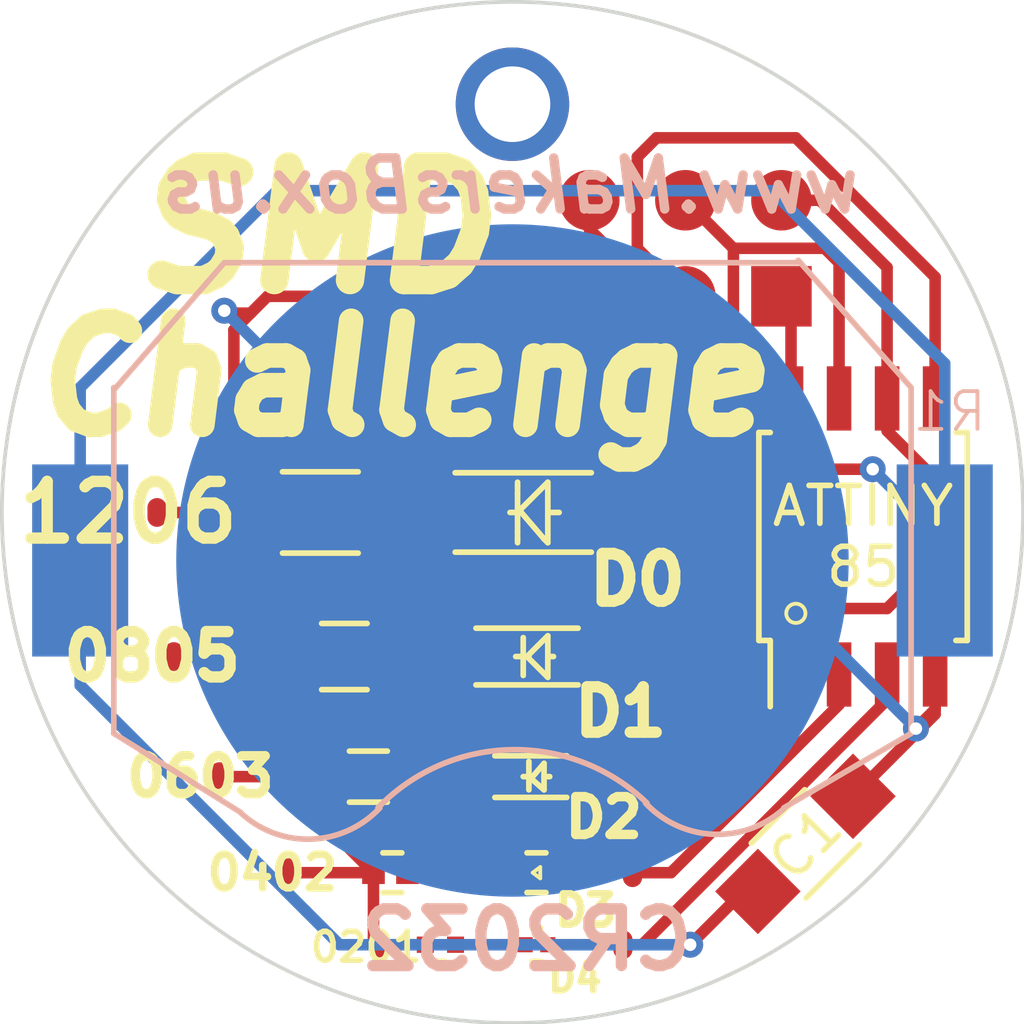
<source format=kicad_pcb>
(kicad_pcb (version 4) (host pcbnew 4.0.4-stable)

  (general
    (links 36)
    (no_connects 0)
    (area 194.094714 78.524714 221.195286 105.625286)
    (thickness 1.6)
    (drawings 18)
    (tracks 117)
    (zones 0)
    (modules 25)
    (nets 14)
  )

  (page USLetter)
  (layers
    (0 F.Cu signal)
    (31 B.Cu signal hide)
    (34 B.Paste user)
    (35 F.Paste user)
    (36 B.SilkS user hide)
    (37 F.SilkS user hide)
    (38 B.Mask user)
    (39 F.Mask user)
    (40 Dwgs.User user hide)
    (44 Edge.Cuts user)
  )

  (setup
    (last_trace_width 0.3048)
    (user_trace_width 0.254)
    (user_trace_width 0.3048)
    (user_trace_width 0.4064)
    (user_trace_width 0.6096)
    (user_trace_width 2.032)
    (trace_clearance 0.1524)
    (zone_clearance 0.508)
    (zone_45_only no)
    (trace_min 0.1524)
    (segment_width 0.254)
    (edge_width 0.1)
    (via_size 0.6858)
    (via_drill 0.3302)
    (via_min_size 0.6858)
    (via_min_drill 0.3302)
    (user_via 1 0.5)
    (uvia_size 0.762)
    (uvia_drill 0.508)
    (uvias_allowed no)
    (uvia_min_size 0.508)
    (uvia_min_drill 0.127)
    (pcb_text_width 0.3)
    (pcb_text_size 1.5 1.5)
    (mod_edge_width 0.15)
    (mod_text_size 1 1)
    (mod_text_width 0.15)
    (pad_size 3 3)
    (pad_drill 2)
    (pad_to_mask_clearance 0)
    (aux_axis_origin 0 0)
    (grid_origin 210.82 95.25)
    (visible_elements 7FFEFFFF)
    (pcbplotparams
      (layerselection 0x010f0_80000000)
      (usegerberextensions true)
      (excludeedgelayer true)
      (linewidth 0.100000)
      (plotframeref false)
      (viasonmask false)
      (mode 1)
      (useauxorigin false)
      (hpglpennumber 1)
      (hpglpenspeed 20)
      (hpglpendiameter 15)
      (hpglpenoverlay 2)
      (psnegative false)
      (psa4output false)
      (plotreference true)
      (plotvalue true)
      (plotinvisibletext false)
      (padsonsilk false)
      (subtractmaskfromsilk false)
      (outputformat 1)
      (mirror false)
      (drillshape 0)
      (scaleselection 1)
      (outputdirectory gerbers/))
  )

  (net 0 "")
  (net 1 GND)
  (net 2 +BATT)
  (net 3 "Net-(CON1-Pad1)")
  (net 4 "Net-(CON1-Pad3)")
  (net 5 "Net-(CON1-Pad4)")
  (net 6 "Net-(CON1-Pad5)")
  (net 7 "Net-(D1-Pad1)")
  (net 8 "Net-(D2-Pad1)")
  (net 9 "Net-(D3-Pad1)")
  (net 10 "Net-(D0-Pad1)")
  (net 11 "Net-(D3-Pad2)")
  (net 12 "Net-(D4-Pad2)")
  (net 13 "Net-(D4-Pad1)")

  (net_class Default "This is the default net class."
    (clearance 0.1524)
    (trace_width 0.1524)
    (via_dia 0.6858)
    (via_drill 0.3302)
    (uvia_dia 0.762)
    (uvia_drill 0.508)
    (add_net +BATT)
    (add_net GND)
    (add_net "Net-(CON1-Pad1)")
    (add_net "Net-(CON1-Pad3)")
    (add_net "Net-(CON1-Pad4)")
    (add_net "Net-(CON1-Pad5)")
    (add_net "Net-(D0-Pad1)")
    (add_net "Net-(D1-Pad1)")
    (add_net "Net-(D2-Pad1)")
    (add_net "Net-(D3-Pad1)")
    (add_net "Net-(D3-Pad2)")
    (add_net "Net-(D4-Pad1)")
    (add_net "Net-(D4-Pad2)")
  )

  (module LED_0201 (layer F.Cu) (tedit 5A4BE065) (tstamp 5A2CB0D7)
    (at 208.28 103.505)
    (descr "Resistor SMD 0201, reflow soldering, Vishay (see crcw0201e3.pdf)")
    (tags "resistor 0201")
    (path /58DDCAFF)
    (attr smd)
    (fp_text reference D4 (at 1.016 0.889) (layer F.SilkS)
      (effects (font (size 0.7 0.7) (thickness 0.175)))
    )
    (fp_text value LED (at 0 1.7) (layer F.Fab)
      (effects (font (size 1 1) (thickness 0.15)))
    )
    (fp_line (start -0.325 0.175) (end -0.325 -0.175) (layer F.CrtYd) (width 0.05))
    (fp_line (start -0.325 0.175) (end 0.325 0.175) (layer F.CrtYd) (width 0.05))
    (fp_line (start 0.325 0.175) (end 0.325 -0.175) (layer F.CrtYd) (width 0.05))
    (fp_line (start -0.325 -0.175) (end 0.325 -0.175) (layer F.CrtYd) (width 0.05))
    (fp_line (start 0.115 -0.44) (end -0.115 -0.44) (layer F.SilkS) (width 0.15))
    (fp_line (start -0.115 0.44) (end 0.115 0.44) (layer F.SilkS) (width 0.15))
    (pad 1 smd rect (at -0.3 0) (size 0.4 0.4) (layers F.Cu F.Paste F.Mask)
      (net 13 "Net-(D4-Pad1)"))
    (pad 2 smd rect (at 0.3 0) (size 0.4 0.4) (layers F.Cu F.Paste F.Mask)
      (net 12 "Net-(D4-Pad2)"))
    (model Resistors_SMD.3dshapes/R_0201.wrl
      (at (xyz 0 0 0))
      (scale (xyz 1 1 1))
      (rotate (xyz 0 0 0))
    )
  )

  (module LED_0402 (layer F.Cu) (tedit 5A4BDEED) (tstamp 5A2CB0C5)
    (at 208.28 101.6)
    (descr "Resistor SMD 0402, reflow soldering, Vishay (see dcrcw.pdf)")
    (tags "resistor 0402")
    (path /58D34030)
    (attr smd)
    (fp_text reference D3 (at 1.3 1) (layer F.SilkS)
      (effects (font (size 0.8 0.8) (thickness 0.2)))
    )
    (fp_text value LED (at 0 1.8) (layer F.Fab)
      (effects (font (size 1 1) (thickness 0.15)))
    )
    (fp_line (start 0.1 0.15) (end 0.1 -0.15) (layer F.SilkS) (width 0.1))
    (fp_line (start -0.1 0) (end 0.1 0.15) (layer F.SilkS) (width 0.1))
    (fp_line (start -0.1 0) (end 0.1 -0.15) (layer F.SilkS) (width 0.1))
    (fp_line (start -0.95 -0.65) (end 0.95 -0.65) (layer F.CrtYd) (width 0.05))
    (fp_line (start -0.95 0.65) (end 0.95 0.65) (layer F.CrtYd) (width 0.05))
    (fp_line (start -0.95 -0.65) (end -0.95 0.65) (layer F.CrtYd) (width 0.05))
    (fp_line (start 0.95 -0.65) (end 0.95 0.65) (layer F.CrtYd) (width 0.05))
    (fp_line (start 0.25 -0.525) (end -0.25 -0.525) (layer F.SilkS) (width 0.15))
    (fp_line (start -0.25 0.525) (end 0.25 0.525) (layer F.SilkS) (width 0.15))
    (pad 1 smd rect (at -0.5 0) (size 0.7 0.6) (layers F.Cu F.Paste F.Mask)
      (net 9 "Net-(D3-Pad1)"))
    (pad 2 smd rect (at 0.5 0) (size 0.7 0.6) (layers F.Cu F.Paste F.Mask)
      (net 11 "Net-(D3-Pad2)"))
    (model Resistors_SMD.3dshapes/R_0402.wrl
      (at (xyz 0 0 0))
      (scale (xyz 1 1 1))
      (rotate (xyz 0 0 0))
    )
  )

  (module footprints:BATT_CR2032_SMD (layer B.Cu) (tedit 56CFB5D2) (tstamp 5A2CB063)
    (at 207.645 93.345 180)
    (tags battery)
    (path /56CFA61E)
    (fp_text reference BT1 (at 0 -5.08 180) (layer B.SilkS) hide
      (effects (font (size 1.72974 1.08712) (thickness 0.27178)) (justify mirror))
    )
    (fp_text value Battery (at 0 2.54 180) (layer B.SilkS) hide
      (effects (font (size 1.524 1.016) (thickness 0.254)) (justify mirror))
    )
    (fp_line (start -7.1755 -6.5405) (end -10.541 -4.572) (layer B.SilkS) (width 0.15))
    (fp_line (start 7.1755 -6.6675) (end 10.541 -4.572) (layer B.SilkS) (width 0.15))
    (fp_arc (start -5.4229 -4.6355) (end -3.5179 -6.4135) (angle -90) (layer B.SilkS) (width 0.15))
    (fp_arc (start 5.4102 -4.7625) (end 7.1882 -6.6675) (angle -90) (layer B.SilkS) (width 0.15))
    (fp_arc (start -0.0635 -10.033) (end -3.556 -6.4135) (angle -90) (layer B.SilkS) (width 0.15))
    (fp_line (start 7.62 7.874) (end 10.541 4.5085) (layer B.SilkS) (width 0.15))
    (fp_line (start -10.541 4.572) (end -7.5565 7.9375) (layer B.SilkS) (width 0.15))
    (fp_line (start -7.62 7.874) (end 7.62 7.874) (layer B.SilkS) (width 0.15))
    (fp_line (start -10.541 -4.572) (end -10.541 4.572) (layer B.SilkS) (width 0.15))
    (fp_line (start 10.541 -4.572) (end 10.541 4.572) (layer B.SilkS) (width 0.15))
    (fp_circle (center 0 0) (end -10.16 0) (layer Dwgs.User) (width 0.15))
    (pad 2 smd circle (at 0 0 180) (size 17.78 17.78) (layers B.Cu B.Paste B.Mask)
      (net 1 GND))
    (pad 1 smd rect (at -11.43 0 180) (size 2.54 5.08) (layers B.Cu B.Paste B.Mask)
      (net 2 +BATT))
    (pad 1 smd rect (at 11.43 0 180) (size 2.54 5.08) (layers B.Cu B.Paste B.Mask)
      (net 2 +BATT))
  )

  (module footprints:C_1206_HandSoldering (layer F.Cu) (tedit 5902BDF4) (tstamp 5A2CB074)
    (at 215.392 100.838 225)
    (descr "Capacitor SMD 1206, hand soldering")
    (tags "capacitor 1206")
    (path /553FDF53)
    (attr smd)
    (fp_text reference C1 (at 0 0 225) (layer F.SilkS)
      (effects (font (size 1 1) (thickness 0.15)))
    )
    (fp_text value "0.1 uF" (at 0 2.3 225) (layer F.Fab)
      (effects (font (size 1 1) (thickness 0.15)))
    )
    (fp_line (start -3.3 -1.15) (end 3.3 -1.15) (layer F.CrtYd) (width 0.05))
    (fp_line (start -3.3 1.15) (end 3.3 1.15) (layer F.CrtYd) (width 0.05))
    (fp_line (start -3.3 -1.15) (end -3.3 1.15) (layer F.CrtYd) (width 0.05))
    (fp_line (start 3.3 -1.15) (end 3.3 1.15) (layer F.CrtYd) (width 0.05))
    (fp_line (start 1 -1.025) (end -1 -1.025) (layer F.SilkS) (width 0.15))
    (fp_line (start -1 1.025) (end 1 1.025) (layer F.SilkS) (width 0.15))
    (pad 1 smd rect (at -1.778 0 225) (size 1.6 1.6) (layers F.Cu F.Paste F.Mask)
      (net 1 GND))
    (pad 2 smd rect (at 1.778 0 225) (size 1.6 1.6) (layers F.Cu F.Paste F.Mask)
      (net 2 +BATT))
    (model Capacitors_SMD.3dshapes/C_1206_HandSoldering.wrl
      (at (xyz 0 0 0))
      (scale (xyz 1 1 1))
      (rotate (xyz 0 0 0))
    )
  )

  (module footprints:AVR-ISP-6 (layer F.Cu) (tedit 5860A6AE) (tstamp 5A2CB07F)
    (at 214.757 83.82 270)
    (descr "6-lead dip package, row spacing 7.62 mm (300 mils)")
    (tags "dil dip 2.54 300")
    (path /58609061)
    (fp_text reference CON1 (at 0 -2.54 270) (layer F.SilkS) hide
      (effects (font (size 1 1) (thickness 0.15)))
    )
    (fp_text value AVR-ISP-6 (at 0 -3.72 270) (layer F.Fab) hide
      (effects (font (size 1 1) (thickness 0.15)))
    )
    (pad 1 smd oval (at 0 0 270) (size 1.6 1.6) (layers F.Cu F.Paste F.Mask)
      (net 3 "Net-(CON1-Pad1)"))
    (pad 2 smd rect (at 2.54 0 270) (size 1.6 1.6) (layers F.Cu F.Paste F.Mask)
      (net 2 +BATT))
    (pad 3 smd oval (at 0 2.54 270) (size 1.6 1.6) (layers F.Cu F.Paste F.Mask)
      (net 4 "Net-(CON1-Pad3)"))
    (pad 4 smd oval (at 2.54 2.54 270) (size 1.6 1.6) (layers F.Cu F.Paste F.Mask)
      (net 5 "Net-(CON1-Pad4)"))
    (pad 5 smd oval (at 0 5.08 270) (size 1.6 1.6) (layers F.Cu F.Paste F.Mask)
      (net 6 "Net-(CON1-Pad5)"))
    (pad 6 smd oval (at 2.54 5.08 270) (size 1.6 1.6) (layers F.Cu F.Paste F.Mask)
      (net 1 GND))
  )

  (module footprints:LED-1206 (layer F.Cu) (tedit 5902C0FC) (tstamp 5A2CB088)
    (at 208.28 92.075)
    (descr "LED 1206 smd package")
    (tags "LED1206 SMD")
    (path /58C49927)
    (attr smd)
    (fp_text reference D0 (at 2.667 1.778) (layer F.SilkS)
      (effects (font (size 1.25 1.25) (thickness 0.3125)))
    )
    (fp_text value LED (at 0 2) (layer F.Fab)
      (effects (font (size 1 1) (thickness 0.15)))
    )
    (fp_line (start -0.5 0.7) (end -0.5 0.8) (layer F.SilkS) (width 0.15))
    (fp_line (start -0.5 -0.7) (end -0.5 -0.8) (layer F.SilkS) (width 0.15))
    (fp_line (start 0.3 0) (end 0.6 0) (layer F.SilkS) (width 0.15))
    (fp_line (start 0.3 0.8) (end 0.3 -0.7) (layer F.SilkS) (width 0.15))
    (fp_line (start 0.3 -0.7) (end 0.3 -0.8) (layer F.SilkS) (width 0.15))
    (fp_line (start 0.2 0.7) (end 0.3 0.8) (layer F.SilkS) (width 0.15))
    (fp_line (start 0.2 -0.7) (end 0.3 -0.8) (layer F.SilkS) (width 0.15))
    (fp_line (start -0.7 0) (end -0.5 0) (layer F.SilkS) (width 0.15))
    (fp_line (start -0.5 0.5) (end -0.5 0.7) (layer F.SilkS) (width 0.15))
    (fp_line (start -0.5 -0.5) (end -0.5 -0.7) (layer F.SilkS) (width 0.15))
    (fp_line (start -0.4 0) (end 0.2 0.7) (layer F.SilkS) (width 0.15))
    (fp_line (start 0.2 -0.7) (end -0.4 -0.1) (layer F.SilkS) (width 0.15))
    (fp_line (start -2.15 1.05) (end 1.45 1.05) (layer F.SilkS) (width 0.15))
    (fp_line (start -2.15 -1.05) (end 1.45 -1.05) (layer F.SilkS) (width 0.15))
    (fp_line (start -0.5 -0.5) (end -0.5 0.5) (layer F.SilkS) (width 0.15))
    (fp_line (start 2.5 -1.25) (end -2.5 -1.25) (layer F.CrtYd) (width 0.05))
    (fp_line (start -2.5 -1.25) (end -2.5 1.25) (layer F.CrtYd) (width 0.05))
    (fp_line (start -2.5 1.25) (end 2.5 1.25) (layer F.CrtYd) (width 0.05))
    (fp_line (start 2.5 1.25) (end 2.5 -1.25) (layer F.CrtYd) (width 0.05))
    (pad 2 smd rect (at 1.524 0 180) (size 1.7 1.80086) (layers F.Cu F.Paste F.Mask)
      (net 5 "Net-(CON1-Pad4)"))
    (pad 1 smd rect (at -1.651 0 180) (size 1.7 1.80086) (layers F.Cu F.Paste F.Mask)
      (net 10 "Net-(D0-Pad1)"))
    (model LEDs.3dshapes/LED_1206.wrl
      (at (xyz 0 0 0))
      (scale (xyz 1 1 1))
      (rotate (xyz 0 0 0))
    )
  )

  (module footprints:LED-0805 (layer F.Cu) (tedit 5902C116) (tstamp 5A2CB0A0)
    (at 208.28 95.885)
    (descr "LED 0805 smd package")
    (tags "LED 0805 SMD")
    (path /58D338E3)
    (attr smd)
    (fp_text reference D1 (at 2.2225 1.4605) (layer F.SilkS)
      (effects (font (size 1.2 1.2) (thickness 0.3)))
    )
    (fp_text value LED (at 0 1.75) (layer F.Fab)
      (effects (font (size 1 1) (thickness 0.15)))
    )
    (fp_line (start 0.3 0) (end 0.45 0) (layer F.SilkS) (width 0.15))
    (fp_line (start -0.55 0) (end -0.2 0) (layer F.SilkS) (width 0.15))
    (fp_line (start -0.25 0) (end 0.3 -0.55) (layer F.SilkS) (width 0.15))
    (fp_line (start 0.3 -0.55) (end 0.3 0.55) (layer F.SilkS) (width 0.15))
    (fp_line (start 0.3 0.55) (end -0.25 0) (layer F.SilkS) (width 0.15))
    (fp_line (start -0.35 -0.35) (end -0.35 -0.5) (layer F.SilkS) (width 0.15))
    (fp_line (start -0.35 0.35) (end -0.35 0.5) (layer F.SilkS) (width 0.15))
    (fp_line (start -1.6 0.75) (end 1.1 0.75) (layer F.SilkS) (width 0.15))
    (fp_line (start -1.6 -0.75) (end 1.1 -0.75) (layer F.SilkS) (width 0.15))
    (fp_line (start -0.35 -0.35) (end -0.35 0.35) (layer F.SilkS) (width 0.15))
    (fp_line (start 1.9 -0.95) (end 1.9 0.95) (layer F.CrtYd) (width 0.05))
    (fp_line (start 1.9 0.95) (end -1.9 0.95) (layer F.CrtYd) (width 0.05))
    (fp_line (start -1.9 0.95) (end -1.9 -0.95) (layer F.CrtYd) (width 0.05))
    (fp_line (start -1.9 -0.95) (end 1.9 -0.95) (layer F.CrtYd) (width 0.05))
    (pad 2 smd rect (at 1.143 0 180) (size 1.3 1.19888) (layers F.Cu F.Paste F.Mask)
      (net 3 "Net-(CON1-Pad1)"))
    (pad 1 smd rect (at -1.27 0 180) (size 1.3 1.19888) (layers F.Cu F.Paste F.Mask)
      (net 7 "Net-(D1-Pad1)"))
    (model LEDs.3dshapes/LED-0805.wrl
      (at (xyz 0 0 0))
      (scale (xyz 1 1 1))
      (rotate (xyz 0 0 0))
    )
    (model LEDs.3dshapes/LED_0805.wrl
      (at (xyz 0 0 0))
      (scale (xyz 1 1 1))
      (rotate (xyz 0 0 0))
    )
  )

  (module footprints:LED-0603 (layer F.Cu) (tedit 5902C124) (tstamp 5A2CB0B3)
    (at 208.28 99.06)
    (descr "LED 0603 smd package")
    (tags "LED led 0603 SMD smd SMT smt smdled SMDLED smtled SMTLED")
    (path /58D33940)
    (attr smd)
    (fp_text reference D2 (at 1.778 1.0795) (layer F.SilkS)
      (effects (font (size 1 1) (thickness 0.25)))
    )
    (fp_text value LED (at 0 1.5) (layer F.Fab)
      (effects (font (size 1 1) (thickness 0.15)))
    )
    (fp_line (start 0.2 0) (end 0.35 0) (layer F.SilkS) (width 0.15))
    (fp_line (start -0.35 0) (end -0.15 0) (layer F.SilkS) (width 0.15))
    (fp_line (start -0.1 0) (end 0.2 -0.35) (layer F.SilkS) (width 0.15))
    (fp_line (start 0.2 -0.35) (end 0.2 0.35) (layer F.SilkS) (width 0.15))
    (fp_line (start 0.2 0.35) (end -0.2 0) (layer F.SilkS) (width 0.15))
    (fp_line (start -0.2 0) (end -0.15 0) (layer F.SilkS) (width 0.15))
    (fp_line (start -0.2 -0.4) (end -0.2 0.35) (layer F.SilkS) (width 0.15))
    (fp_line (start -1.1 0.55) (end 0.8 0.55) (layer F.SilkS) (width 0.15))
    (fp_line (start -1.1 -0.55) (end 0.8 -0.55) (layer F.SilkS) (width 0.15))
    (fp_line (start 1.4 -0.75) (end 1.4 0.75) (layer F.CrtYd) (width 0.05))
    (fp_line (start 1.4 0.75) (end -1.4 0.75) (layer F.CrtYd) (width 0.05))
    (fp_line (start -1.4 0.75) (end -1.4 -0.75) (layer F.CrtYd) (width 0.05))
    (fp_line (start -1.4 -0.75) (end 1.4 -0.75) (layer F.CrtYd) (width 0.05))
    (pad 2 smd rect (at 0.889 0 180) (size 1 0.79756) (layers F.Cu F.Paste F.Mask)
      (net 4 "Net-(CON1-Pad3)"))
    (pad 1 smd rect (at -0.889 0 180) (size 1 0.79756) (layers F.Cu F.Paste F.Mask)
      (net 8 "Net-(D2-Pad1)"))
    (model LEDs.3dshapes/LED_0603.wrl
      (at (xyz 0 0 0))
      (scale (xyz 1 1 1))
      (rotate (xyz 0 0 0))
    )
  )

  (module footprints:SOIJ-8_5.3x5.3mm_Pitch1.27mm (layer F.Cu) (tedit 5902B706) (tstamp 5A2CB0E9)
    (at 216.916 92.71 90)
    (descr "8-Lead Plastic Small Outline (SM) - Medium, 5.28 mm Body [SOIC] (see Microchip Packaging Specification 00000049BS.pdf)")
    (tags "SOIC 1.27")
    (path /58C478D3)
    (attr smd)
    (fp_text reference IC1 (at -1.27 2.159 90) (layer F.SilkS) hide
      (effects (font (size 1 1) (thickness 0.15)))
    )
    (fp_text value IC1 (at 0 3.68 90) (layer F.Fab)
      (effects (font (size 1 1) (thickness 0.15)))
    )
    (fp_circle (center -2.032 -1.778) (end -2.286 -1.778) (layer F.SilkS) (width 0.1))
    (fp_line (start -4.75 -2.95) (end -4.75 2.95) (layer F.CrtYd) (width 0.05))
    (fp_line (start 4.75 -2.95) (end 4.75 2.95) (layer F.CrtYd) (width 0.05))
    (fp_line (start -4.75 -2.95) (end 4.75 -2.95) (layer F.CrtYd) (width 0.05))
    (fp_line (start -4.75 2.95) (end 4.75 2.95) (layer F.CrtYd) (width 0.05))
    (fp_line (start -2.75 -2.755) (end -2.75 -2.455) (layer F.SilkS) (width 0.15))
    (fp_line (start 2.75 -2.755) (end 2.75 -2.455) (layer F.SilkS) (width 0.15))
    (fp_line (start 2.75 2.755) (end 2.75 2.455) (layer F.SilkS) (width 0.15))
    (fp_line (start -2.75 2.755) (end -2.75 2.455) (layer F.SilkS) (width 0.15))
    (fp_line (start -2.75 -2.755) (end 2.75 -2.755) (layer F.SilkS) (width 0.15))
    (fp_line (start -2.75 2.755) (end 2.75 2.755) (layer F.SilkS) (width 0.15))
    (fp_line (start -2.75 -2.455) (end -4.5 -2.455) (layer F.SilkS) (width 0.15))
    (pad 1 smd rect (at -3.65 -1.905 90) (size 1.7 0.65) (layers F.Cu F.Paste F.Mask)
      (net 6 "Net-(CON1-Pad5)"))
    (pad 2 smd rect (at -3.65 -0.635 90) (size 1.7 0.65) (layers F.Cu F.Paste F.Mask)
      (net 11 "Net-(D3-Pad2)"))
    (pad 3 smd rect (at -3.65 0.635 90) (size 1.7 0.65) (layers F.Cu F.Paste F.Mask)
      (net 12 "Net-(D4-Pad2)"))
    (pad 4 smd rect (at -3.65 1.905 90) (size 1.7 0.65) (layers F.Cu F.Paste F.Mask)
      (net 1 GND))
    (pad 5 smd rect (at 3.65 1.905 90) (size 1.7 0.65) (layers F.Cu F.Paste F.Mask)
      (net 5 "Net-(CON1-Pad4)"))
    (pad 6 smd rect (at 3.65 0.635 90) (size 1.7 0.65) (layers F.Cu F.Paste F.Mask)
      (net 3 "Net-(CON1-Pad1)"))
    (pad 7 smd rect (at 3.65 -0.635 90) (size 1.7 0.65) (layers F.Cu F.Paste F.Mask)
      (net 4 "Net-(CON1-Pad3)"))
    (pad 8 smd rect (at 3.65 -1.905 90) (size 1.7 0.65) (layers F.Cu F.Paste F.Mask)
      (net 2 +BATT))
    (model Housings_SOIC.3dshapes/SOIJ-8_5.3x5.3mm_Pitch1.27mm.wrl
      (at (xyz 0 0 0))
      (scale (xyz 1 1 1))
      (rotate (xyz 0 0 0))
    )
  )

  (module footprints:testPad (layer F.Cu) (tedit 5902BD57) (tstamp 5A2CB100)
    (at 212.09 92.075)
    (descr "module 1 pin (ou trou mecanique de percage)")
    (tags DEV)
    (path /5902B2A3)
    (fp_text reference P0 (at -0.0635 0) (layer F.SilkS) hide
      (effects (font (size 0.635 0.635) (thickness 0.127)))
    )
    (fp_text value CONN_01X01 (at 0 0) (layer F.Fab)
      (effects (font (size 0.127 0.127) (thickness 0.03175)))
    )
    (pad 1 smd oval (at 0 0) (size 0.508 0.762) (layers F.Cu F.Paste F.Mask)
      (net 5 "Net-(CON1-Pad4)"))
  )

  (module footprints:testPad (layer F.Cu) (tedit 5902BD57) (tstamp 5A2CB104)
    (at 211.582 95.885)
    (descr "module 1 pin (ou trou mecanique de percage)")
    (tags DEV)
    (path /5902B324)
    (fp_text reference P1 (at -0.0635 0) (layer F.SilkS) hide
      (effects (font (size 0.635 0.635) (thickness 0.127)))
    )
    (fp_text value CONN_01X01 (at 0 0) (layer F.Fab)
      (effects (font (size 0.127 0.127) (thickness 0.03175)))
    )
    (pad 1 smd oval (at 0 0) (size 0.508 0.762) (layers F.Cu F.Paste F.Mask)
      (net 3 "Net-(CON1-Pad1)"))
  )

  (module footprints:testPad (layer F.Cu) (tedit 5902BD57) (tstamp 5A2CB108)
    (at 211.201 99.06)
    (descr "module 1 pin (ou trou mecanique de percage)")
    (tags DEV)
    (path /5902B382)
    (fp_text reference P2 (at -0.0635 0) (layer F.SilkS) hide
      (effects (font (size 0.635 0.635) (thickness 0.127)))
    )
    (fp_text value CONN_01X01 (at 0 0) (layer F.Fab)
      (effects (font (size 0.127 0.127) (thickness 0.03175)))
    )
    (pad 1 smd oval (at 0 0) (size 0.508 0.762) (layers F.Cu F.Paste F.Mask)
      (net 4 "Net-(CON1-Pad3)"))
  )

  (module footprints:testPad (layer F.Cu) (tedit 5902BD57) (tstamp 5A2CB10C)
    (at 210.82 101.6)
    (descr "module 1 pin (ou trou mecanique de percage)")
    (tags DEV)
    (path /5902B3ED)
    (fp_text reference P3 (at -0.0635 0) (layer F.SilkS) hide
      (effects (font (size 0.635 0.635) (thickness 0.127)))
    )
    (fp_text value CONN_01X01 (at 0 0) (layer F.Fab)
      (effects (font (size 0.127 0.127) (thickness 0.03175)))
    )
    (pad 1 smd oval (at 0 0) (size 0.508 0.762) (layers F.Cu F.Paste F.Mask)
      (net 11 "Net-(D3-Pad2)"))
  )

  (module footprints:testPad (layer F.Cu) (tedit 5902BD57) (tstamp 5A2CB110)
    (at 210.566 103.505)
    (descr "module 1 pin (ou trou mecanique de percage)")
    (tags DEV)
    (path /5902B44F)
    (fp_text reference P4 (at -0.0635 0) (layer F.SilkS) hide
      (effects (font (size 0.635 0.635) (thickness 0.127)))
    )
    (fp_text value CONN_01X01 (at 0 0) (layer F.Fab)
      (effects (font (size 0.127 0.127) (thickness 0.03175)))
    )
    (pad 1 smd oval (at 0 0) (size 0.508 0.762) (layers F.Cu F.Paste F.Mask)
      (net 12 "Net-(D4-Pad2)"))
  )

  (module footprints:testPad (layer F.Cu) (tedit 5902BD57) (tstamp 5A2CB114)
    (at 198.247 92.075)
    (descr "module 1 pin (ou trou mecanique de percage)")
    (tags DEV)
    (path /5902AF42)
    (fp_text reference PG0 (at -0.0635 0) (layer F.SilkS) hide
      (effects (font (size 0.635 0.635) (thickness 0.127)))
    )
    (fp_text value CONN_01X01 (at 0 0) (layer F.Fab)
      (effects (font (size 0.127 0.127) (thickness 0.03175)))
    )
    (pad 1 smd oval (at 0 0) (size 0.508 0.762) (layers F.Cu F.Paste F.Mask)
      (net 1 GND))
  )

  (module footprints:testPad (layer F.Cu) (tedit 5902BD57) (tstamp 5A2CB118)
    (at 198.6915 95.885)
    (descr "module 1 pin (ou trou mecanique de percage)")
    (tags DEV)
    (path /5902AFA3)
    (fp_text reference PG1 (at -0.0635 0) (layer F.SilkS) hide
      (effects (font (size 0.635 0.635) (thickness 0.127)))
    )
    (fp_text value CONN_01X01 (at 0 0) (layer F.Fab)
      (effects (font (size 0.127 0.127) (thickness 0.03175)))
    )
    (pad 1 smd oval (at 0 0) (size 0.508 0.762) (layers F.Cu F.Paste F.Mask)
      (net 1 GND))
  )

  (module footprints:testPad (layer F.Cu) (tedit 5902BD57) (tstamp 5A2CB11C)
    (at 199.898 99.06)
    (descr "module 1 pin (ou trou mecanique de percage)")
    (tags DEV)
    (path /5902AFF0)
    (fp_text reference PG2 (at -0.0635 0) (layer F.SilkS) hide
      (effects (font (size 0.635 0.635) (thickness 0.127)))
    )
    (fp_text value CONN_01X01 (at 0 0) (layer F.Fab)
      (effects (font (size 0.127 0.127) (thickness 0.03175)))
    )
    (pad 1 smd oval (at 0 0) (size 0.508 0.762) (layers F.Cu F.Paste F.Mask)
      (net 1 GND))
  )

  (module footprints:testPad (layer F.Cu) (tedit 5902BD57) (tstamp 5A2CB120)
    (at 201.7395 101.6)
    (descr "module 1 pin (ou trou mecanique de percage)")
    (tags DEV)
    (path /5902B040)
    (fp_text reference PG3 (at -0.0635 0) (layer F.SilkS) hide
      (effects (font (size 0.635 0.635) (thickness 0.127)))
    )
    (fp_text value CONN_01X01 (at 0 0) (layer F.Fab)
      (effects (font (size 0.127 0.127) (thickness 0.03175)))
    )
    (pad 1 smd oval (at 0 0) (size 0.508 0.762) (layers F.Cu F.Paste F.Mask)
      (net 1 GND))
  )

  (module footprints:testPad (layer F.Cu) (tedit 5902BD57) (tstamp 5A2CB124)
    (at 204.1525 103.505)
    (descr "module 1 pin (ou trou mecanique de percage)")
    (tags DEV)
    (path /5902B093)
    (fp_text reference PG4 (at -0.0635 0) (layer F.SilkS) hide
      (effects (font (size 0.635 0.635) (thickness 0.127)))
    )
    (fp_text value CONN_01X01 (at 0 0) (layer F.Fab)
      (effects (font (size 0.127 0.127) (thickness 0.03175)))
    )
    (pad 1 smd oval (at 0 0) (size 0.508 0.762) (layers F.Cu F.Paste F.Mask)
      (net 1 GND))
  )

  (module footprints:R_1206 (layer F.Cu) (tedit 5902A5E4) (tstamp 5A2CB128)
    (at 202.565 92.075 180)
    (descr "Resistor SMD 1206, reflow soldering, Vishay (see dcrcw.pdf)")
    (tags "resistor 1206")
    (path /56CEB2B5)
    (attr smd)
    (fp_text reference R0 (at 0 0 180) (layer F.SilkS) hide
      (effects (font (size 1.25 1.25) (thickness 0.2)))
    )
    (fp_text value 330 (at 0 2.3 180) (layer F.Fab)
      (effects (font (size 1 1) (thickness 0.15)))
    )
    (fp_line (start -2.2 -1.2) (end 2.2 -1.2) (layer F.CrtYd) (width 0.05))
    (fp_line (start -2.2 1.2) (end 2.2 1.2) (layer F.CrtYd) (width 0.05))
    (fp_line (start -2.2 -1.2) (end -2.2 1.2) (layer F.CrtYd) (width 0.05))
    (fp_line (start 2.2 -1.2) (end 2.2 1.2) (layer F.CrtYd) (width 0.05))
    (fp_line (start 1 1.075) (end -1 1.075) (layer F.SilkS) (width 0.15))
    (fp_line (start -1 -1.075) (end 1 -1.075) (layer F.SilkS) (width 0.15))
    (pad 1 smd rect (at -1.778 0 180) (size 1.1 1.7) (layers F.Cu F.Paste F.Mask)
      (net 10 "Net-(D0-Pad1)"))
    (pad 2 smd rect (at 1.651 0 180) (size 1.1 1.7) (layers F.Cu F.Paste F.Mask)
      (net 1 GND))
    (model Resistors_SMD.3dshapes/R_1206.wrl
      (at (xyz 0 0 0))
      (scale (xyz 1 1 1))
      (rotate (xyz 0 0 0))
    )
  )

  (module footprints:R_0805 (layer F.Cu) (tedit 58DFDC5C) (tstamp 5A2CB133)
    (at 203.2 95.885 180)
    (descr "Resistor SMD 0805, reflow soldering, Vishay (see dcrcw.pdf)")
    (tags "resistor 0805")
    (path /58D3397B)
    (attr smd)
    (fp_text reference R1 (at 0 0 180) (layer F.SilkS) hide
      (effects (font (size 1 1) (thickness 0.15)))
    )
    (fp_text value 330 (at 0 2.1 180) (layer F.Fab)
      (effects (font (size 1 1) (thickness 0.15)))
    )
    (fp_line (start -1.6 -1) (end 1.6 -1) (layer F.CrtYd) (width 0.05))
    (fp_line (start -1.6 1) (end 1.6 1) (layer F.CrtYd) (width 0.05))
    (fp_line (start -1.6 -1) (end -1.6 1) (layer F.CrtYd) (width 0.05))
    (fp_line (start 1.6 -1) (end 1.6 1) (layer F.CrtYd) (width 0.05))
    (fp_line (start 0.6 0.875) (end -0.6 0.875) (layer F.SilkS) (width 0.15))
    (fp_line (start -0.6 -0.875) (end 0.6 -0.875) (layer F.SilkS) (width 0.15))
    (pad 1 smd rect (at -1.143 0 180) (size 0.9 1.3) (layers F.Cu F.Paste F.Mask)
      (net 7 "Net-(D1-Pad1)"))
    (pad 2 smd rect (at 1.143 0 180) (size 0.9 1.3) (layers F.Cu F.Paste F.Mask)
      (net 1 GND))
    (model Resistors_SMD.3dshapes/R_0805.wrl
      (at (xyz 0 0 0))
      (scale (xyz 1 1 1))
      (rotate (xyz 0 0 0))
    )
  )

  (module footprints:R_0603 (layer F.Cu) (tedit 5902A5F6) (tstamp 5A2CB13E)
    (at 203.835 99.06 180)
    (descr "Resistor SMD 0603, reflow soldering, Vishay (see dcrcw.pdf)")
    (tags "resistor 0603")
    (path /58D339BB)
    (attr smd)
    (fp_text reference R2 (at 0 0 180) (layer F.SilkS) hide
      (effects (font (size 1 1) (thickness 0.15)))
    )
    (fp_text value 330 (at 0 1.9 180) (layer F.Fab)
      (effects (font (size 1 1) (thickness 0.15)))
    )
    (fp_line (start -1.3 -0.8) (end 1.3 -0.8) (layer F.CrtYd) (width 0.05))
    (fp_line (start -1.3 0.8) (end 1.3 0.8) (layer F.CrtYd) (width 0.05))
    (fp_line (start -1.3 -0.8) (end -1.3 0.8) (layer F.CrtYd) (width 0.05))
    (fp_line (start 1.3 -0.8) (end 1.3 0.8) (layer F.CrtYd) (width 0.05))
    (fp_line (start 0.5 0.675) (end -0.5 0.675) (layer F.SilkS) (width 0.15))
    (fp_line (start -0.5 -0.675) (end 0.5 -0.675) (layer F.SilkS) (width 0.15))
    (pad 1 smd rect (at -0.889 0 180) (size 0.7 0.9) (layers F.Cu F.Paste F.Mask)
      (net 8 "Net-(D2-Pad1)"))
    (pad 2 smd rect (at 1.016 0 180) (size 0.7 0.9) (layers F.Cu F.Paste F.Mask)
      (net 1 GND))
    (model Resistors_SMD.3dshapes/R_0603.wrl
      (at (xyz 0 0 0))
      (scale (xyz 1 1 1))
      (rotate (xyz 0 0 0))
    )
  )

  (module footprints:R_0402 (layer F.Cu) (tedit 58DFDC4A) (tstamp 5A2CB149)
    (at 204.47 101.6 180)
    (descr "Resistor SMD 0402, reflow soldering, Vishay (see dcrcw.pdf)")
    (tags "resistor 0402")
    (path /58D3406E)
    (attr smd)
    (fp_text reference R3 (at 0 0 180) (layer Dwgs.User) hide
      (effects (font (size 1 1) (thickness 0.15)))
    )
    (fp_text value 330 (at 0 1.8 180) (layer F.Fab)
      (effects (font (size 1 1) (thickness 0.15)))
    )
    (fp_line (start -0.95 -0.65) (end 0.95 -0.65) (layer F.CrtYd) (width 0.05))
    (fp_line (start -0.95 0.65) (end 0.95 0.65) (layer F.CrtYd) (width 0.05))
    (fp_line (start -0.95 -0.65) (end -0.95 0.65) (layer F.CrtYd) (width 0.05))
    (fp_line (start 0.95 -0.65) (end 0.95 0.65) (layer F.CrtYd) (width 0.05))
    (fp_line (start 0.25 -0.525) (end -0.25 -0.525) (layer F.SilkS) (width 0.15))
    (fp_line (start -0.25 0.525) (end 0.25 0.525) (layer F.SilkS) (width 0.15))
    (pad 1 smd rect (at -0.4 0 180) (size 0.6 0.6) (layers F.Cu F.Paste F.Mask)
      (net 9 "Net-(D3-Pad1)"))
    (pad 2 smd rect (at 0.5 0 180) (size 0.6 0.6) (layers F.Cu F.Paste F.Mask)
      (net 1 GND))
    (model Resistors_SMD.3dshapes/R_0402.wrl
      (at (xyz 0 0 0))
      (scale (xyz 1 1 1))
      (rotate (xyz 0 0 0))
    )
  )

  (module footprints:R_0201 (layer F.Cu) (tedit 5A2C7C82) (tstamp 5A2CB154)
    (at 205.74 103.505 180)
    (descr "Resistor SMD 0201, reflow soldering, Vishay (see crcw0201e3.pdf)")
    (tags "resistor 0201")
    (path /58DDCB43)
    (attr smd)
    (fp_text reference R4 (at 1.397 0.762 180) (layer F.SilkS) hide
      (effects (font (size 0.762 0.762) (thickness 0.15)))
    )
    (fp_text value 330 (at 0 1.7 180) (layer F.Fab)
      (effects (font (size 1 1) (thickness 0.15)))
    )
    (fp_line (start 0.35 -0.175) (end 0.35 0.175) (layer F.CrtYd) (width 0.05))
    (fp_line (start -0.325 -0.25) (end 0.325 -0.25) (layer F.CrtYd) (width 0.05))
    (fp_line (start -0.325 0.25) (end 0.325 0.25) (layer F.CrtYd) (width 0.05))
    (fp_line (start -0.35 -0.175) (end -0.35 0.175) (layer F.CrtYd) (width 0.05))
    (fp_line (start 0.115 -0.44) (end -0.115 -0.44) (layer F.SilkS) (width 0.15))
    (fp_line (start -0.115 0.44) (end 0.115 0.44) (layer F.SilkS) (width 0.15))
    (pad 1 smd rect (at -0.4 0 180) (size 0.45 0.43) (layers F.Cu F.Paste F.Mask)
      (net 13 "Net-(D4-Pad1)"))
    (pad 2 smd rect (at 0.4 0 180) (size 0.45 0.43) (layers F.Cu F.Paste F.Mask)
      (net 1 GND))
    (model Resistors_SMD.3dshapes/R_0201.wrl
      (at (xyz 0 0 0))
      (scale (xyz 1 1 1))
      (rotate (xyz 0 0 0))
    )
  )

  (module footprints:Pin_Header_Straight_1x01 (layer F.Cu) (tedit 5A2CB1FD) (tstamp 5A2CB193)
    (at 207.645 81.28)
    (descr "Through hole pin header")
    (tags "pin header")
    (path /5860AE9A)
    (fp_text reference P5 (at -0.6 -0.5) (layer F.SilkS) hide
      (effects (font (size 0.127 0.127) (thickness 0.03175)))
    )
    (fp_text value CONN_01X01 (at 0 0.9) (layer F.Fab)
      (effects (font (size 0.127 0.127) (thickness 0.03175)))
    )
    (pad 1 thru_hole circle (at 0 0) (size 3 3) (drill 2) (layers *.Cu *.Mask))
  )

  (gr_text R1 (at 219.202 89.408) (layer B.SilkS)
    (effects (font (size 1 1) (thickness 0.1)) (justify mirror))
  )
  (gr_text www.MakersBox.us (at 207.645 83.439) (layer B.SilkS)
    (effects (font (size 1.35 1.35) (thickness 0.25) italic) (justify mirror))
  )
  (gr_line (start 208.026 106.68) (end 208.026 87.376) (angle 90) (layer Dwgs.User) (width 0.254))
  (gr_text 0201 (at 203.7715 103.5685) (layer F.SilkS)
    (effects (font (size 0.762 0.762) (thickness 0.15)))
  )
  (gr_text Challenge (at 204.724 88.519) (layer F.SilkS)
    (effects (font (size 2.75 2.6) (thickness 0.65) italic))
  )
  (gr_text SMD (at 202.438 84.582) (layer F.SilkS)
    (effects (font (size 3 3) (thickness 0.75) italic))
  )
  (gr_text CR2032 (at 208.026 103.378) (layer B.SilkS)
    (effects (font (size 1.5 1.5) (thickness 0.3)) (justify mirror))
  )
  (gr_text 0402 (at 201.295 101.6) (layer F.SilkS)
    (effects (font (size 0.889 0.889) (thickness 0.2)))
  )
  (gr_text 0603 (at 199.39 99.06) (layer F.SilkS)
    (effects (font (size 1 1) (thickness 0.25)))
  )
  (gr_text 0805 (at 198.12 95.885) (layer F.SilkS)
    (effects (font (size 1.2 1.2) (thickness 0.3)))
  )
  (gr_text 1206 (at 197.485 92.075) (layer F.SilkS)
    (effects (font (size 1.5 1.5) (thickness 0.3)))
  )
  (gr_line (start 207.645 92.71) (end 207.645 78.105) (angle 90) (layer Dwgs.User) (width 0.254))
  (gr_line (start 222.885 92.71) (end 207.645 92.71) (angle 90) (layer Dwgs.User) (width 0.254))
  (gr_line (start 207.645 92.71) (end 222.885 92.71) (angle 90) (layer Dwgs.User) (width 0.254))
  (gr_circle (center 207.645 93.345) (end 202.565 85.725) (layer Dwgs.User) (width 0.254))
  (gr_circle (center 207.645 92.075) (end 197.485 83.185) (layer Edge.Cuts) (width 0.1))
  (gr_text "ATTINY\n85" (at 216.916 92.71) (layer F.SilkS)
    (effects (font (size 1 1) (thickness 0.15)))
  )
  (gr_line (start 202.32 86.75) (end 219.82 104.25) (angle 90) (layer Dwgs.User) (width 0.1))

  (segment (start 204.1525 103.505) (end 205.34 103.505) (width 0.3048) (layer F.Cu) (net 1))
  (segment (start 203.97 101.6) (end 203.97 103.3225) (width 0.3048) (layer F.Cu) (net 1))
  (segment (start 203.97 103.3225) (end 204.1525 103.505) (width 0.3048) (layer F.Cu) (net 1) (tstamp 5A2C82E9))
  (segment (start 200.7235 86.8045) (end 200.0885 86.8045) (width 0.3048) (layer F.Cu) (net 1))
  (segment (start 200.025 86.741) (end 206.629 93.345) (width 0.3048) (layer B.Cu) (net 1) (tstamp 5902B345) (status 20))
  (via (at 200.025 86.741) (size 0.6858) (drill 0.3302) (layers F.Cu B.Cu) (net 1))
  (segment (start 200.0885 86.8045) (end 200.025 86.741) (width 0.3048) (layer F.Cu) (net 1) (tstamp 5902B343))
  (segment (start 206.629 93.345) (end 207.645 93.345) (width 0.3048) (layer B.Cu) (net 1) (tstamp 5902B346) (status 30))
  (segment (start 218.821 96.36) (end 218.821 97.282) (width 0.3048) (layer F.Cu) (net 1))
  (segment (start 218.313 97.79) (end 213.868 93.345) (width 0.3048) (layer B.Cu) (net 1) (tstamp 5902B321) (status 20))
  (via (at 218.313 97.79) (size 0.6858) (drill 0.3302) (layers F.Cu B.Cu) (net 1))
  (segment (start 218.821 97.282) (end 218.313 97.79) (width 0.3048) (layer F.Cu) (net 1) (tstamp 5902B31C))
  (segment (start 213.868 93.345) (end 207.645 93.345) (width 0.3048) (layer B.Cu) (net 1) (tstamp 5902B322) (status 30))
  (segment (start 216.425214 99.804786) (end 218.821 97.409) (width 0.3048) (layer F.Cu) (net 1) (tstamp 5902B195))
  (segment (start 218.821 97.409) (end 218.821 96.36) (width 0.3048) (layer F.Cu) (net 1) (tstamp 5902B196))
  (segment (start 202.819 99.06) (end 202.819 100.449) (width 0.3048) (layer F.Cu) (net 1))
  (segment (start 202.819 100.449) (end 203.97 101.6) (width 0.3048) (layer F.Cu) (net 1) (tstamp 5902AE4D))
  (segment (start 202.057 95.885) (end 202.057 98.298) (width 0.3048) (layer F.Cu) (net 1))
  (segment (start 202.057 98.298) (end 202.819 99.06) (width 0.3048) (layer F.Cu) (net 1) (tstamp 5902AE48))
  (segment (start 200.914 92.075) (end 200.914 94.742) (width 0.3048) (layer F.Cu) (net 1))
  (segment (start 200.914 94.742) (end 202.057 95.885) (width 0.3048) (layer F.Cu) (net 1) (tstamp 5902AE45))
  (segment (start 209.677 86.36) (end 201.168 86.36) (width 0.3048) (layer F.Cu) (net 1))
  (segment (start 200.279 91.44) (end 200.914 92.075) (width 0.3048) (layer F.Cu) (net 1) (tstamp 5902AE40))
  (segment (start 200.279 87.249) (end 200.279 91.44) (width 0.3048) (layer F.Cu) (net 1) (tstamp 5902AE3F))
  (segment (start 201.168 86.36) (end 200.7235 86.8045) (width 0.3048) (layer F.Cu) (net 1) (tstamp 5902AE3A))
  (segment (start 200.7235 86.8045) (end 200.279 87.249) (width 0.3048) (layer F.Cu) (net 1) (tstamp 5902B341))
  (segment (start 201.7395 101.6) (end 203.97 101.6) (width 0.3048) (layer F.Cu) (net 1) (status 10))
  (segment (start 199.898 99.06) (end 202.819 99.06) (width 0.3048) (layer F.Cu) (net 1))
  (segment (start 198.8185 95.885) (end 202.057 95.885) (width 0.3048) (layer F.Cu) (net 1) (status 10))
  (segment (start 200.914 92.075) (end 198.247 92.075) (width 0.3048) (layer F.Cu) (net 1))
  (segment (start 202.184 102.616) (end 203.073 103.505) (width 0.3048) (layer B.Cu) (net 2))
  (segment (start 202.184 102.616) (end 196.215 96.647) (width 0.3048) (layer B.Cu) (net 2) (tstamp 5902BEAE))
  (segment (start 196.215 93.345) (end 196.215 96.647) (width 0.3048) (layer B.Cu) (net 2) (tstamp 5902BEAF) (status 10))
  (segment (start 212.344 103.505) (end 213.753764 102.095236) (width 0.3048) (layer F.Cu) (net 2) (tstamp 5902BF0B))
  (via (at 212.344 103.505) (size 0.6858) (drill 0.3302) (layers F.Cu B.Cu) (net 2))
  (segment (start 203.073 103.505) (end 212.344 103.505) (width 0.3048) (layer B.Cu) (net 2) (tstamp 5902BEFE))
  (segment (start 213.753764 102.095236) (end 214.134764 102.095236) (width 0.3048) (layer F.Cu) (net 2) (tstamp 5902BF0C))
  (segment (start 215.011 89.06) (end 215.011 90.043) (width 0.3048) (layer F.Cu) (net 2))
  (segment (start 217.17 90.932) (end 219.075 92.837) (width 0.3048) (layer B.Cu) (net 2) (tstamp 5902B60E) (status 20))
  (via (at 217.17 90.932) (size 0.6858) (drill 0.3302) (layers F.Cu B.Cu) (net 2))
  (segment (start 215.9 90.932) (end 217.17 90.932) (width 0.3048) (layer F.Cu) (net 2) (tstamp 5902B609))
  (segment (start 215.011 90.043) (end 215.9 90.932) (width 0.3048) (layer F.Cu) (net 2) (tstamp 5902B606))
  (segment (start 219.075 92.837) (end 219.075 93.345) (width 0.3048) (layer B.Cu) (net 2) (tstamp 5902B60F) (status 30))
  (segment (start 219.075 93.345) (end 219.075 88.138) (width 0.3048) (layer B.Cu) (net 2) (status 10))
  (segment (start 219.075 88.138) (end 214.503 83.566) (width 0.3048) (layer B.Cu) (net 2) (tstamp 5902B4EE))
  (segment (start 214.503 83.566) (end 201.422 83.566) (width 0.3048) (layer B.Cu) (net 2) (tstamp 5902B4F2))
  (segment (start 201.422 83.566) (end 196.215 88.773) (width 0.3048) (layer B.Cu) (net 2) (tstamp 5902B4F6))
  (segment (start 196.215 88.773) (end 196.215 93.345) (width 0.3048) (layer B.Cu) (net 2) (tstamp 5902B4F8) (status 20))
  (segment (start 213.977786 102.252214) (end 213.850786 102.252214) (width 0.3048) (layer F.Cu) (net 2))
  (segment (start 215.011 89.06) (end 215.011 86.614) (width 0.3048) (layer F.Cu) (net 2))
  (segment (start 215.011 86.614) (end 214.757 86.36) (width 0.3048) (layer F.Cu) (net 2) (tstamp 5902ADF0))
  (segment (start 217.551 89.06) (end 217.551 89.916) (width 0.3048) (layer F.Cu) (net 3))
  (segment (start 212.852 94.615) (end 215.519 94.615) (width 0.3048) (layer F.Cu) (net 3) (tstamp 5902B130))
  (segment (start 212.852 94.615) (end 211.709 95.885) (width 0.3048) (layer F.Cu) (net 3) (tstamp 5902B12D) (status 20))
  (segment (start 217.551 94.615) (end 215.519 94.615) (width 0.3048) (layer F.Cu) (net 3) (tstamp 5902B600))
  (segment (start 218.567 93.599) (end 217.551 94.615) (width 0.3048) (layer F.Cu) (net 3) (tstamp 5902B5FF))
  (segment (start 218.567 90.932) (end 218.567 93.599) (width 0.3048) (layer F.Cu) (net 3) (tstamp 5902B5FD))
  (segment (start 217.551 89.916) (end 218.567 90.932) (width 0.3048) (layer F.Cu) (net 3) (tstamp 5902B5FA))
  (segment (start 211.582 95.885) (end 211.709 95.885) (width 0.3048) (layer F.Cu) (net 3) (status 30))
  (segment (start 217.551 89.06) (end 217.551 85.598) (width 0.3048) (layer F.Cu) (net 3))
  (segment (start 215.773 83.82) (end 214.757 83.82) (width 0.3048) (layer F.Cu) (net 3) (tstamp 5902ADF7))
  (segment (start 217.551 85.598) (end 215.773 83.82) (width 0.3048) (layer F.Cu) (net 3) (tstamp 5902ADF4))
  (segment (start 209.423 95.885) (end 211.582 95.885) (width 0.3048) (layer F.Cu) (net 3) (status 20))
  (segment (start 212.217 83.82) (end 213.487 85.09) (width 0.3048) (layer F.Cu) (net 4))
  (segment (start 213.487 85.09) (end 213.487 92.837) (width 0.3048) (layer F.Cu) (net 4) (tstamp 5902B575))
  (segment (start 208.28 94.742) (end 209.169 93.853) (width 0.3048) (layer F.Cu) (net 4) (tstamp 5902B121))
  (segment (start 208.28 97.409) (end 208.28 94.742) (width 0.3048) (layer F.Cu) (net 4) (tstamp 5902B120))
  (segment (start 209.169 98.298) (end 208.28 97.409) (width 0.3048) (layer F.Cu) (net 4) (tstamp 5902B11D))
  (segment (start 209.169 99.06) (end 209.169 98.298) (width 0.3048) (layer F.Cu) (net 4))
  (segment (start 209.296 93.726) (end 209.169 93.853) (width 0.3048) (layer F.Cu) (net 4) (tstamp 5902B57C))
  (segment (start 212.598 93.726) (end 209.296 93.726) (width 0.3048) (layer F.Cu) (net 4) (tstamp 5902B57A))
  (segment (start 213.487 92.837) (end 212.598 93.726) (width 0.3048) (layer F.Cu) (net 4) (tstamp 5902B577))
  (segment (start 216.281 89.06) (end 216.281 85.471) (width 0.3048) (layer F.Cu) (net 4))
  (segment (start 215.9 85.09) (end 213.487 85.09) (width 0.3048) (layer F.Cu) (net 4) (tstamp 5902ADFF))
  (segment (start 216.281 85.471) (end 215.9 85.09) (width 0.3048) (layer F.Cu) (net 4) (tstamp 5902ADFC))
  (segment (start 209.169 99.06) (end 211.201 99.06) (width 0.3048) (layer F.Cu) (net 4))
  (segment (start 212.09 92.075) (end 212.09 86.487) (width 0.3048) (layer F.Cu) (net 5))
  (segment (start 212.09 86.487) (end 212.217 86.36) (width 0.3048) (layer F.Cu) (net 5) (tstamp 5902B10E))
  (segment (start 218.821 89.06) (end 218.821 85.852) (width 0.3048) (layer F.Cu) (net 5))
  (segment (start 210.947 85.09) (end 212.217 86.36) (width 0.3048) (layer F.Cu) (net 5) (tstamp 5902AE1D))
  (segment (start 210.947 82.677) (end 210.947 85.09) (width 0.3048) (layer F.Cu) (net 5) (tstamp 5902AE18))
  (segment (start 211.455 82.169) (end 210.947 82.677) (width 0.3048) (layer F.Cu) (net 5) (tstamp 5902AE16))
  (segment (start 215.138 82.169) (end 211.455 82.169) (width 0.3048) (layer F.Cu) (net 5) (tstamp 5902AE14))
  (segment (start 218.821 85.852) (end 215.138 82.169) (width 0.3048) (layer F.Cu) (net 5) (tstamp 5902AE0D))
  (segment (start 209.804 92.075) (end 212.09 92.075) (width 0.3048) (layer F.Cu) (net 5))
  (segment (start 215.011 96.36) (end 215.011 97.028) (width 0.3048) (layer F.Cu) (net 6))
  (segment (start 215.011 97.028) (end 211.582 100.457) (width 0.3048) (layer F.Cu) (net 6) (tstamp 5902B142))
  (segment (start 211.582 100.457) (end 204.343 100.457) (width 0.3048) (layer F.Cu) (net 6) (tstamp 5902B144))
  (segment (start 204.343 100.457) (end 203.835 99.949) (width 0.3048) (layer F.Cu) (net 6) (tstamp 5902B14B))
  (segment (start 203.835 99.949) (end 203.835 97.663) (width 0.3048) (layer F.Cu) (net 6) (tstamp 5902B14C))
  (segment (start 203.835 97.663) (end 203.073 96.901) (width 0.3048) (layer F.Cu) (net 6) (tstamp 5902B14F))
  (segment (start 203.073 96.901) (end 203.073 94.742) (width 0.3048) (layer F.Cu) (net 6) (tstamp 5902B151))
  (segment (start 203.073 94.742) (end 203.581 94.234) (width 0.3048) (layer F.Cu) (net 6) (tstamp 5902B154))
  (segment (start 203.581 94.234) (end 207.518 94.234) (width 0.3048) (layer F.Cu) (net 6) (tstamp 5902B159))
  (segment (start 207.518 94.234) (end 208.28 93.472) (width 0.3048) (layer F.Cu) (net 6) (tstamp 5902B15A))
  (segment (start 208.28 93.472) (end 208.28 91.059) (width 0.3048) (layer F.Cu) (net 6) (tstamp 5902B15B))
  (segment (start 208.28 91.059) (end 209.55 89.789) (width 0.3048) (layer F.Cu) (net 6) (tstamp 5902B15E))
  (segment (start 209.55 89.789) (end 209.55 88.392) (width 0.3048) (layer F.Cu) (net 6) (tstamp 5902B160))
  (segment (start 209.55 88.392) (end 210.947 86.995) (width 0.3048) (layer F.Cu) (net 6) (tstamp 5902B162))
  (segment (start 210.947 86.995) (end 210.947 85.852) (width 0.3048) (layer F.Cu) (net 6) (tstamp 5902B164))
  (segment (start 210.947 85.852) (end 209.677 84.582) (width 0.3048) (layer F.Cu) (net 6) (tstamp 5902B165))
  (segment (start 209.677 84.582) (end 209.677 83.82) (width 0.3048) (layer F.Cu) (net 6) (tstamp 5902B166))
  (segment (start 204.343 95.885) (end 207.01 95.885) (width 0.3048) (layer F.Cu) (net 7))
  (segment (start 204.724 99.06) (end 207.391 99.06) (width 0.3048) (layer F.Cu) (net 8))
  (segment (start 204.87 101.6) (end 207.68 101.6) (width 0.3048) (layer F.Cu) (net 9))
  (segment (start 206.629 92.075) (end 204.343 92.075) (width 0.3048) (layer F.Cu) (net 10))
  (segment (start 210.82 101.6) (end 211.836 101.6) (width 0.3048) (layer F.Cu) (net 11) (status 10))
  (segment (start 211.836 101.6) (end 216.281 97.155) (width 0.3048) (layer F.Cu) (net 11) (tstamp 5902B1F2))
  (segment (start 216.281 97.155) (end 216.281 96.36) (width 0.3048) (layer F.Cu) (net 11) (tstamp 5902B1F4))
  (segment (start 208.78 101.6) (end 210.82 101.6) (width 0.3048) (layer F.Cu) (net 11) (status 20))
  (segment (start 208.58 103.505) (end 209.169 103.505) (width 0.3048) (layer F.Cu) (net 12))
  (segment (start 209.169 103.505) (end 210.566 103.505) (width 0.3048) (layer F.Cu) (net 12))
  (segment (start 210.693 103.505) (end 211.074 103.505) (width 0.3048) (layer F.Cu) (net 12) (status 10))
  (segment (start 211.074 103.505) (end 217.551 97.028) (width 0.3048) (layer F.Cu) (net 12) (tstamp 5902B1EA))
  (segment (start 217.551 97.028) (end 217.551 96.36) (width 0.3048) (layer F.Cu) (net 12) (tstamp 5902B1EE))
  (segment (start 207.98 103.505) (end 207.391 103.505) (width 0.3048) (layer F.Cu) (net 13))
  (segment (start 207.391 103.505) (end 206.14 103.505) (width 0.3048) (layer F.Cu) (net 13))

)

</source>
